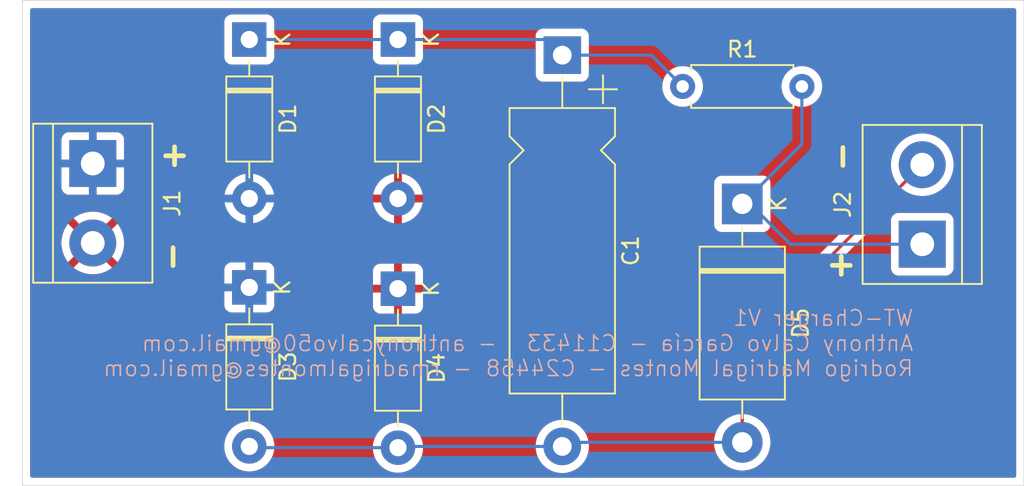
<source format=kicad_pcb>
(kicad_pcb (version 20240108) (generator "pcbnew") (generator_version "8.0")
  (title_block (title "PCBCargadorWalkieTalkie") (date "2024-11-24") (rev "0.0"))
  (layers (0 "F.Cu" signal) (31 "B.Cu" signal) (34 "B.Paste" user) (35 "F.Paste" user) (36 "B.SilkS" user "B.Silkscreen") (37 "F.SilkS" user "F.Silkscreen") (38 "B.Mask" user) (39 "F.Mask" user) (44 "Edge.Cuts" user))
  (net 0 "")
  (net 1 "Net-(D1-K)")
  (net 2 "Net-(D3-A)")
  (net 3 "/Vs")
  (net 4 "/gnd")
  (net 5 "Net-(D5-K)")
  (footprint "Capacitor_THT:CP_Axial_L18.0mm_D6.5mm_P25.00mm_Horizontal" (layer "F.Cu") (at 125.5 79 -90)
    (property "Reference" "C1" (at 12.5 -4.37 90) (layer "F.SilkS"))
    (property "Value" "1.1 mF")
    (fp_line (start 3.38 3.37) (end 5.18 3.37) (stroke (width 0.12)) (layer "F.SilkS"))
    (fp_line (start 5.18 3.37) (end 6.08 2.47) (stroke (width 0.12)) (layer "F.SilkS"))
    (fp_line (start 6.98 3.37) (end 21.62 3.37) (stroke (width 0.12)) (layer "F.SilkS"))
    (fp_line (start 6.08 2.47) (end 6.98 3.37) (stroke (width 0.12)) (layer "F.SilkS"))
    (fp_line (start 1.44 0) (end 3.38 0) (stroke (width 0.12)) (layer "F.SilkS"))
    (fp_line (start 23.56 0) (end 21.62 0) (stroke (width 0.12)) (layer "F.SilkS"))
    (fp_line (start 6.08 -2.47) (end 6.98 -3.37) (stroke (width 0.12)) (layer "F.SilkS"))
    (fp_line (start 1.28 -2.6) (end 3.08 -2.6) (stroke (width 0.12)) (layer "F.SilkS"))
    (fp_line (start 3.38 -3.37) (end 3.38 3.37) (stroke (width 0.12)) (layer "F.SilkS"))
    (fp_line (start 3.38 -3.37) (end 5.18 -3.37) (stroke (width 0.12)) (layer "F.SilkS"))
    (fp_line (start 5.18 -3.37) (end 6.08 -2.47) (stroke (width 0.12)) (layer "F.SilkS"))
    (fp_line (start 6.98 -3.37) (end 21.62 -3.37) (stroke (width 0.12)) (layer "F.SilkS"))
    (fp_line (start 21.62 -3.37) (end 21.62 3.37) (stroke (width 0.12)) (layer "F.SilkS"))
    (fp_line (start 2.18 -3.5) (end 2.18 -1.7) (stroke (width 0.12)) (layer "F.SilkS"))
    (pad "1" thru_hole rect (at 0 0 270) (size 2.4 2.4) (drill 1.2) (layers "*.Cu" "*.Mask") (net 1 "Net-(D1-K)"))
    (pad "2" thru_hole oval (at 25 0 270) (size 2.4 2.4) (drill 1.2) (layers "*.Cu" "*.Mask") (net 2 "Net-(D3-A)"))
  )
  (footprint "Diode_THT:D_DO-201_P15.24mm_Horizontal" (layer "F.Cu") (at 137 88.5 -90)
    (property "Reference" "D5" (at 7.62 -3.725 90) (layer "F.SilkS"))
    (property "Value" "1N5338B")
    (fp_line (start 2.735 2.725) (end 12.505 2.725) (stroke (width 0.12)) (layer "F.SilkS"))
    (fp_line (start 12.505 2.725) (end 12.505 -2.725) (stroke (width 0.12)) (layer "F.SilkS"))
    (fp_line (start 1.54 0) (end 2.735 0) (stroke (width 0.12)) (layer "F.SilkS"))
    (fp_line (start 13.7 0) (end 12.505 0) (stroke (width 0.12)) (layer "F.SilkS"))
    (fp_line (start 2.735 -2.725) (end 2.735 2.725) (stroke (width 0.12)) (layer "F.SilkS"))
    (fp_line (start 4.1645 -2.725) (end 4.1645 2.725) (stroke (width 0.12)) (layer "F.SilkS"))
    (fp_line (start 4.2845 -2.725) (end 4.2845 2.725) (stroke (width 0.12)) (layer "F.SilkS"))
    (fp_line (start 4.4045 -2.725) (end 4.4045 2.725) (stroke (width 0.12)) (layer "F.SilkS"))
    (fp_line (start 12.505 -2.725) (end 2.735 -2.725) (stroke (width 0.12)) (layer "F.SilkS"))
    (fp_text user "K" (at 0 -2.3 90) (layer "F.SilkS"))
    (pad "1" thru_hole rect (at 0 0 270) (size 2.6 2.6) (drill 1.3) (layers "*.Cu" "*.Mask") (net 5 "Net-(D5-K)"))
    (pad "2" thru_hole oval (at 15.24 0 270) (size 2.6 2.6) (drill 1.3) (layers "*.Cu" "*.Mask") (net 2 "Net-(D3-A)"))
  )
  (footprint "Diode_THT:D_DO-41_SOD81_P10.16mm_Horizontal" (layer "F.Cu") (at 105.5 78 -90)
    (property "Reference" "D1" (at 5.08 -2.47 90) (layer "F.SilkS"))
    (property "Value" "1N4007")
    (fp_line (start 2.36 1.47) (end 7.8 1.47) (stroke (width 0.12)) (layer "F.SilkS"))
    (fp_line (start 7.8 1.47) (end 7.8 -1.47) (stroke (width 0.12)) (layer "F.SilkS"))
    (fp_line (start 1.34 0) (end 2.36 0) (stroke (width 0.12)) (layer "F.SilkS"))
    (fp_line (start 8.82 0) (end 7.8 0) (stroke (width 0.12)) (layer "F.SilkS"))
    (fp_line (start 2.36 -1.47) (end 2.36 1.47) (stroke (width 0.12)) (layer "F.SilkS"))
    (fp_line (start 3.14 -1.47) (end 3.14 1.47) (stroke (width 0.12)) (layer "F.SilkS"))
    (fp_line (start 3.26 -1.47) (end 3.26 1.47) (stroke (width 0.12)) (layer "F.SilkS"))
    (fp_line (start 3.38 -1.47) (end 3.38 1.47) (stroke (width 0.12)) (layer "F.SilkS"))
    (fp_line (start 7.8 -1.47) (end 2.36 -1.47) (stroke (width 0.12)) (layer "F.SilkS"))
    (fp_text user "K" (at 0 -2.1 90) (layer "F.SilkS"))
    (pad "1" thru_hole rect (at 0 0 270) (size 2.2 2.2) (drill 1.1) (layers "*.Cu" "*.Mask") (net 1 "Net-(D1-K)"))
    (pad "2" thru_hole oval (at 10.16 0 270) (size 2.2 2.2) (drill 1.1) (layers "*.Cu" "*.Mask") (net 3 "/Vs"))
  )
  (footprint "Resistor_THT:R_Axial_DIN0207_L6.3mm_D2.5mm_P7.62mm_Horizontal" (layer "F.Cu") (at 133.19 81)
    (property "Reference" "R1" (at 3.81 -2.37 0) (layer "F.SilkS"))
    (property "Value" "6")
    (fp_line (start 0.54 -1.37) (end 7.08 -1.37) (stroke (width 0.12)) (layer "F.SilkS"))
    (fp_line (start 0.54 -1.04) (end 0.54 -1.37) (stroke (width 0.12)) (layer "F.SilkS"))
    (fp_line (start 0.54 1.04) (end 0.54 1.37) (stroke (width 0.12)) (layer "F.SilkS"))
    (fp_line (start 0.54 1.37) (end 7.08 1.37) (stroke (width 0.12)) (layer "F.SilkS"))
    (fp_line (start 7.08 -1.37) (end 7.08 -1.04) (stroke (width 0.12)) (layer "F.SilkS"))
    (fp_line (start 7.08 1.37) (end 7.08 1.04) (stroke (width 0.12)) (layer "F.SilkS"))
    (pad "1" thru_hole circle (at 0 0) (size 1.6 1.6) (drill 0.8) (layers "*.Cu" "*.Mask") (net 1 "Net-(D1-K)"))
    (pad "2" thru_hole oval (at 7.62 0) (size 1.6 1.6) (drill 0.8) (layers "*.Cu" "*.Mask") (net 5 "Net-(D5-K)"))
  )
  (footprint "Diode_THT:D_DO-41_SOD81_P10.16mm_Horizontal" (layer "F.Cu") (at 105.5 93.84 -90)
    (property "Reference" "D3" (at 5.08 -2.47 90) (layer "F.SilkS"))
    (property "Value" "1N4007")
    (fp_line (start 2.36 1.47) (end 7.8 1.47) (stroke (width 0.12)) (layer "F.SilkS"))
    (fp_line (start 7.8 1.47) (end 7.8 -1.47) (stroke (width 0.12)) (layer "F.SilkS"))
    (fp_line (start 1.34 0) (end 2.36 0) (stroke (width 0.12)) (layer "F.SilkS"))
    (fp_line (start 8.82 0) (end 7.8 0) (stroke (width 0.12)) (layer "F.SilkS"))
    (fp_line (start 2.36 -1.47) (end 2.36 1.47) (stroke (width 0.12)) (layer "F.SilkS"))
    (fp_line (start 3.14 -1.47) (end 3.14 1.47) (stroke (width 0.12)) (layer "F.SilkS"))
    (fp_line (start 3.26 -1.47) (end 3.26 1.47) (stroke (width 0.12)) (layer "F.SilkS"))
    (fp_line (start 3.38 -1.47) (end 3.38 1.47) (stroke (width 0.12)) (layer "F.SilkS"))
    (fp_line (start 7.8 -1.47) (end 2.36 -1.47) (stroke (width 0.12)) (layer "F.SilkS"))
    (fp_text user "K" (at 0 -2.1 90) (layer "F.SilkS"))
    (pad "1" thru_hole rect (at 0 0 270) (size 2.2 2.2) (drill 1.1) (layers "*.Cu" "*.Mask") (net 3 "/Vs"))
    (pad "2" thru_hole oval (at 10.16 0 270) (size 2.2 2.2) (drill 1.1) (layers "*.Cu" "*.Mask") (net 2 "Net-(D3-A)"))
  )
  (footprint "Diode_THT:D_DO-41_SOD81_P10.16mm_Horizontal" (layer "F.Cu") (at 115 78 -90)
    (property "Reference" "D2" (at 5.08 -2.47 90) (layer "F.SilkS"))
    (property "Value" "1N4007")
    (fp_line (start 2.36 1.47) (end 7.8 1.47) (stroke (width 0.12)) (layer "F.SilkS"))
    (fp_line (start 7.8 1.47) (end 7.8 -1.47) (stroke (width 0.12)) (layer "F.SilkS"))
    (fp_line (start 1.34 0) (end 2.36 0) (stroke (width 0.12)) (layer "F.SilkS"))
    (fp_line (start 8.82 0) (end 7.8 0) (stroke (width 0.12)) (layer "F.SilkS"))
    (fp_line (start 2.36 -1.47) (end 2.36 1.47) (stroke (width 0.12)) (layer "F.SilkS"))
    (fp_line (start 3.14 -1.47) (end 3.14 1.47) (stroke (width 0.12)) (layer "F.SilkS"))
    (fp_line (start 3.26 -1.47) (end 3.26 1.47) (stroke (width 0.12)) (layer "F.SilkS"))
    (fp_line (start 3.38 -1.47) (end 3.38 1.47) (stroke (width 0.12)) (layer "F.SilkS"))
    (fp_line (start 7.8 -1.47) (end 2.36 -1.47) (stroke (width 0.12)) (layer "F.SilkS"))
    (fp_text user "K" (at 0 -2.1 90) (layer "F.SilkS"))
    (pad "1" thru_hole rect (at 0 0 270) (size 2.2 2.2) (drill 1.1) (layers "*.Cu" "*.Mask") (net 1 "Net-(D1-K)"))
    (pad "2" thru_hole oval (at 10.16 0 270) (size 2.2 2.2) (drill 1.1) (layers "*.Cu" "*.Mask") (net 4 "/gnd"))
  )
  (footprint "TerminalBlock:TerminalBlock_bornier-2_P5.08mm" (layer "F.Cu") (at 148.5 91.08 90)
    (property "Reference" "J2" (at 2.54 -5.08 90) (layer "F.SilkS"))
    (property "Value" "Screw_Terminal_01x02")
    (fp_line (start 7.62 -3.81) (end -2.54 -3.81) (stroke (width 0.12)) (layer "F.SilkS"))
    (fp_line (start -2.54 -3.81) (end -2.54 3.81) (stroke (width 0.12)) (layer "F.SilkS"))
    (fp_line (start 7.62 2.54) (end -2.54 2.54) (stroke (width 0.12)) (layer "F.SilkS"))
    (fp_line (start 7.62 3.81) (end 7.62 -3.81) (stroke (width 0.12)) (layer "F.SilkS"))
    (fp_line (start -2.54 3.81) (end 7.62 3.81) (stroke (width 0.12)) (layer "F.SilkS"))
    (pad "1" thru_hole rect (at 0 0 90) (size 3 3) (drill 1.52) (layers "*.Cu" "*.Mask") (net 5 "Net-(D5-K)"))
    (pad "2" thru_hole circle (at 5.08 0 90) (size 3 3) (drill 1.52) (layers "*.Cu" "*.Mask") (net 2 "Net-(D3-A)"))
  )
  (footprint "TerminalBlock:TerminalBlock_bornier-2_P5.08mm" (layer "F.Cu") (at 95.5 85.92 -90)
    (property "Reference" "J1" (at 2.54 -5.08 90) (layer "F.SilkS"))
    (property "Value" "Screw_Terminal_01x02")
    (fp_line (start -2.54 3.81) (end 7.62 3.81) (stroke (width 0.12)) (layer "F.SilkS"))
    (fp_line (start 7.62 3.81) (end 7.62 -3.81) (stroke (width 0.12)) (layer "F.SilkS"))
    (fp_line (start 7.62 2.54) (end -2.54 2.54) (stroke (width 0.12)) (layer "F.SilkS"))
    (fp_line (start -2.54 -3.81) (end -2.54 3.81) (stroke (width 0.12)) (layer "F.SilkS"))
    (fp_line (start 7.62 -3.81) (end -2.54 -3.81) (stroke (width 0.12)) (layer "F.SilkS"))
    (pad "1" thru_hole rect (at 0 0 270) (size 3 3) (drill 1.52) (layers "*.Cu" "*.Mask") (net 3 "/Vs"))
    (pad "2" thru_hole circle (at 5.08 0 270) (size 3 3) (drill 1.52) (layers "*.Cu" "*.Mask") (net 4 "/gnd"))
  )
  (footprint "Diode_THT:D_DO-41_SOD81_P10.16mm_Horizontal" (layer "F.Cu") (at 115 93.92 -90)
    (property "Reference" "D4" (at 5.08 -2.47 90) (layer "F.SilkS"))
    (property "Value" "1N4007")
    (fp_line (start 2.36 1.47) (end 7.8 1.47) (stroke (width 0.12)) (layer "F.SilkS"))
    (fp_line (start 7.8 1.47) (end 7.8 -1.47) (stroke (width 0.12)) (layer "F.SilkS"))
    (fp_line (start 1.34 0) (end 2.36 0) (stroke (width 0.12)) (layer "F.SilkS"))
    (fp_line (start 8.82 0) (end 7.8 0) (stroke (width 0.12)) (layer "F.SilkS"))
    (fp_line (start 2.36 -1.47) (end 2.36 1.47) (stroke (width 0.12)) (layer "F.SilkS"))
    (fp_line (start 3.14 -1.47) (end 3.14 1.47) (stroke (width 0.12)) (layer "F.SilkS"))
    (fp_line (start 3.26 -1.47) (end 3.26 1.47) (stroke (width 0.12)) (layer "F.SilkS"))
    (fp_line (start 3.38 -1.47) (end 3.38 1.47) (stroke (width 0.12)) (layer "F.SilkS"))
    (fp_line (start 7.8 -1.47) (end 2.36 -1.47) (stroke (width 0.12)) (layer "F.SilkS"))
    (fp_text user "K" (at 0 -2.1 90) (layer "F.SilkS"))
    (pad "1" thru_hole rect (at 0 0 270) (size 2.2 2.2) (drill 1.1) (layers "*.Cu" "*.Mask") (net 4 "/gnd"))
    (pad "2" thru_hole oval (at 10.16 0 270) (size 2.2 2.2) (drill 1.1) (layers "*.Cu" "*.Mask") (net 2 "Net-(D3-A)"))
  )
  (gr_rect (start 91 75.5) (end 155 106.5) (stroke (width 0.05)) (fill none) (layer "Edge.Cuts"))
  (gr_text "- anthonycalvo50@gmail.com" (at 121.4 98 0) (layer "B.SilkS") (effects (font (size 1 1) (thickness 0.1)) (justify left bottom mirror)))
  (gr_text "- rmadrigalmontes@gmail.com" (at 119.8 99.6 0) (layer "B.SilkS") (effects (font (size 1 1) (thickness 0.1)) (justify left bottom mirror)))
  (gr_text "WT-Charger V1\nAnthony Calvo García - C11433\nRodrigo Madrigal Montes - C24458\n" (at 148 99.6 0) (layer "B.SilkS") (effects (font (size 1 1) (thickness 0.1)) (justify left bottom mirror)))
  (gr_text "+" (at 142.2 93.2 0) (layer "F.SilkS") (effects (font (size 1.5 1.5) (thickness 0.3) (bold yes)) (justify left bottom)))
  (gr_text "-" (at 144.2 86.6 90) (layer "F.SilkS") (effects (font (size 1.5 1.5) (thickness 0.3) (bold yes)) (justify left bottom)))
  (gr_text "+" (at 99.6 86.2 0) (layer "F.SilkS") (effects (font (size 1.5 1.5) (thickness 0.3) (bold yes)) (justify left bottom)))
  (gr_text "-" (at 101.4 93 90) (layer "F.SilkS") (effects (font (size 1.5 1.5) (thickness 0.3) (bold yes)) (justify left bottom)))
  (segment (start 115 78) (end 124.5 78) (width 0.2) (layer "B.Cu") (net 1))
  (segment (start 124.5 78) (end 125.5 79) (width 0.2) (layer "B.Cu") (net 1))
  (segment (start 125.5 79) (end 131.19 79) (width 0.2) (layer "B.Cu") (net 1))
  (segment (start 131.19 79) (end 133.19 81) (width 0.2) (layer "B.Cu") (net 1))
  (segment (start 105.5 78) (end 115 78) (width 0.2) (layer "B.Cu") (net 1))
  (segment (start 137 97.5) (end 148.5 86) (width 0.2) (layer "F.Cu") (net 2))
  (segment (start 137 103.74) (end 137 97.5) (width 0.2) (layer "F.Cu") (net 2))
  (segment (start 115 104.08) (end 105.58 104.08) (width 0.2) (layer "B.Cu") (net 2))
  (segment (start 125.76 103.74) (end 125.5 104) (width 0.2) (layer "B.Cu") (net 2))
  (segment (start 105.58 104.08) (end 105.5 104) (width 0.2) (layer "B.Cu") (net 2))
  (segment (start 115.08 104) (end 115 104.08) (width 0.2) (layer "B.Cu") (net 2))
  (segment (start 137 103.74) (end 125.76 103.74) (width 0.2) (layer "B.Cu") (net 2))
  (segment (start 125.5 104) (end 115.08 104) (width 0.2) (layer "B.Cu") (net 2))
  (segment (start 140.81 84.69) (end 137 88.5) (width 0.2) (layer "B.Cu") (net 5))
  (segment (start 140.81 81) (end 140.81 84.69) (width 0.2) (layer "B.Cu") (net 5))
  (segment (start 137.5 88.5) (end 140.08 91.08) (width 0.2) (layer "B.Cu") (net 5))
  (segment (start 137 88.5) (end 137.5 88.5) (width 0.2) (layer "B.Cu") (net 5))
  (segment (start 140.08 91.08) (end 148.5 91.08) (width 0.2) (layer "B.Cu") (net 5))
  (zone (net 4) (net_name "/gnd") (layer "F.Cu") (connect_pads (clearance 0.5)) (min_thickness 0.25) (fill yes (thermal_gap 0.5) (thermal_bridge_width 0.5))
    (polygon (pts (xy 155 75.5) (xy 155 106.5) (xy 91 106.5) (xy 91 75.5)))
  )
  (zone (net 3) (net_name "/Vs") (layer "B.Cu") (priority 1) (connect_pads (clearance 0.5)) (min_thickness 0.25) (fill yes (thermal_gap 0.5) (thermal_bridge_width 0.5))
    (polygon (pts (xy 155 75.5) (xy 155 106.5) (xy 91 106.5) (xy 91 75.5)))
  )
)
</source>
